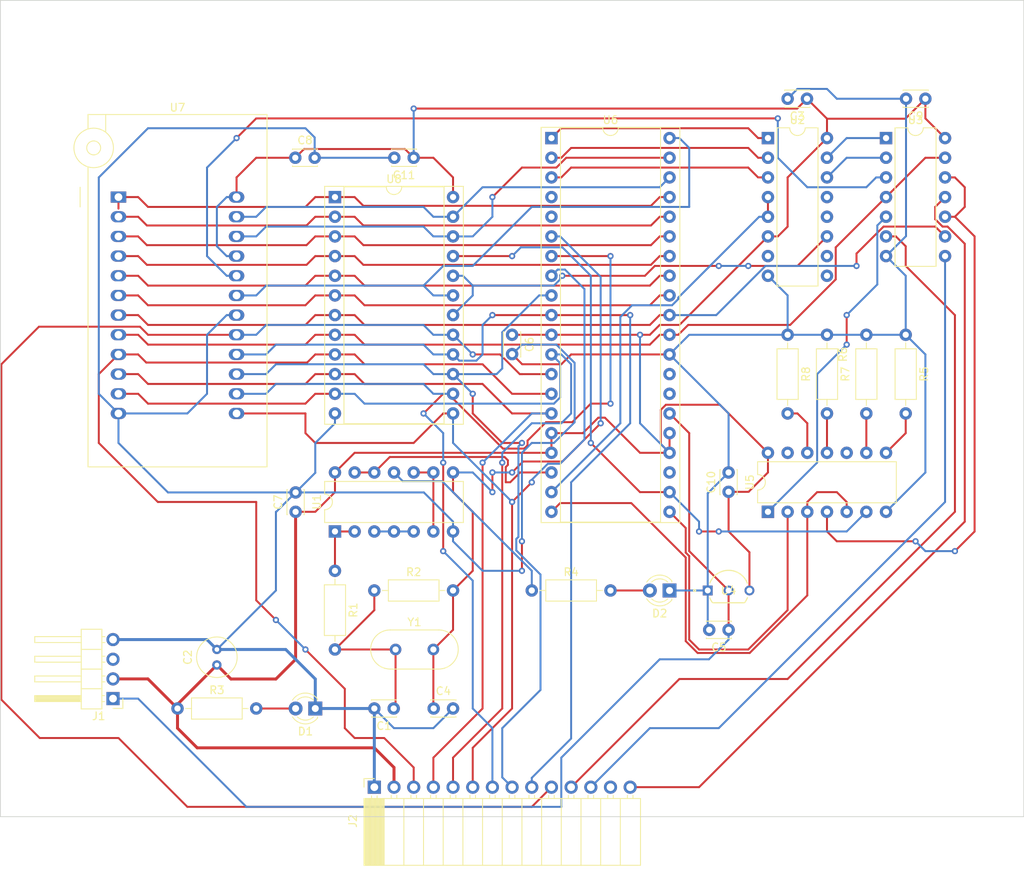
<source format=kicad_pcb>
(kicad_pcb (version 20221018) (generator pcbnew)
  (layers (0 "F.Cu" signal) (31 "B.Cu" signal) (34 "B.Paste" user) (35 "F.Paste" user) (36 "B.SilkS" user "B.Silkscreen") (37 "F.SilkS" user "F.Silkscreen") (38 "B.Mask" user) (39 "F.Mask" user) (44 "Edge.Cuts" user))
  (net 0 "")
  (net 1 "Net-(C1-Pad1)")
  (net 2 "GND")
  (net 3 "+5V")
  (net 4 "CLK")
  (net 5 "RESET")
  (net 6 "Net-(D1-A)")
  (net 7 "Net-(D2-A)")
  (net 9 "D0")
  (net 10 "D1")
  (net 11 "D2")
  (net 12 "D3")
  (net 13 "D4")
  (net 14 "D5")
  (net 15 "D6")
  (net 16 "D7")
  (net 17 "KB_RD")
  (net 18 "DIG_SEL")
  (net 20 "LATCH")
  (net 21 "Net-(R1-Pad1)")
  (net 22 "Net-(R4-Pad1)")
  (net 23 "Net-(U1-Pad3)")
  (net 24 "Net-(U1-Pad10)")
  (net 25 "Net-(U6-~{HALT})")
  (net 26 "A11")
  (net 27 "A12")
  (net 28 "A13")
  (net 29 "MREQ")
  (net 33 "RAM_CS")
  (net 36 "Net-(U2-~{Y1})")
  (net 37 "Net-(U2-~{Y0})")
  (net 38 "ROM_OE")
  (net 39 "A0")
  (net 40 "Net-(U3-Pad5)")
  (net 41 "A1")
  (net 42 "Net-(U3-Pad10)")
  (net 43 "RD")
  (net 44 "IOREQ")
  (net 45 "WR")
  (net 46 "Net-(R5-Pad2)")
  (net 47 "Net-(R6-Pad2)")
  (net 49 "Net-(R7-Pad2)")
  (net 50 "Net-(R8-Pad2)")
  (net 57 "A2")
  (net 58 "A3")
  (net 59 "A4")
  (net 60 "A5")
  (net 61 "A6")
  (net 62 "A7")
  (net 63 "A8")
  (net 64 "A9")
  (net 65 "A10")
  (footprint "Resistor_THT:R_Axial_DIN0207_L6.3mm_D2.5mm_P10.16mm_Horizontal" (layer "F.Cu") (at 86.36 91.44)
    (fp_text reference "R4")
    (fp_text value "1k")
  )
  (footprint "MountingHole:MountingHole_3.2mm_M3" (layer "F.Cu") (at 144.78 115.57)
    (fp_text reference "REF**" hide)
    (fp_text value "MountingHole_3.2mm_M3" hide)
  )
  (footprint "MountingHole:MountingHole_3.2mm_M3" (layer "F.Cu") (at 144.78 20.32)
    (fp_text reference "REF**" hide)
    (fp_text value "MountingHole_3.2mm_M3" hide)
  )
  (footprint "Connector_PinSocket_2.54mm:PinSocket_1x14_P2.54mm_Horizontal" (layer "F.Cu") (at 66.04 116.84 90)
    (fp_text reference "J2")
    (fp_text value "Conn_01x14_Socket")
  )
  (footprint "Package_DIP:DIP-14_W7.62mm" (layer "F.Cu") (at 132.08 33.02)
    (fp_text reference "U3")
    (fp_text value "74LS08")
  )
  (footprint "MountingHole:MountingHole_3.2mm_M3" (layer "F.Cu") (at 22.86 115.57)
    (fp_text reference "REF**" hide)
    (fp_text value "MountingHole_3.2mm_M3" hide)
  )
  (footprint "LED_THT:LED_D3.0mm" (layer "F.Cu") (at 104.14 91.44 180)
    (fp_text reference "D2")
    (fp_text value "LED")
  )
  (footprint "LED_THT:LED_D3.0mm" (layer "F.Cu") (at 58.42 106.68 180)
    (fp_text reference "D1")
    (fp_text value "LED")
  )
  (footprint "Capacitor_THT:C_Disc_D3.0mm_W2.0mm_P2.50mm" (layer "F.Cu") (at 111.76 78.7 90)
    (fp_text reference "C10")
    (fp_text value "0.1uF")
  )
  (footprint "MountingHole:MountingHole_3.2mm_M3" (layer "F.Cu") (at 22.86 20.32)
    (fp_text reference "REF**" hide)
    (fp_text value "MountingHole_3.2mm_M3" hide)
  )
  (footprint "Capacitor_THT:C_Disc_D3.0mm_W2.0mm_P2.50mm" (layer "F.Cu") (at 55.88 81.28 90)
    (fp_text reference "C7")
    (fp_text value "0.1uF")
  )
  (footprint "Resistor_THT:R_Axial_DIN0207_L6.3mm_D2.5mm_P10.16mm_Horizontal" (layer "F.Cu") (at 119.38 58.42 -90)
    (fp_text reference "R8")
    (fp_text value "1k")
  )
  (footprint "Package_DIP:DIP-14_W7.62mm" (layer "F.Cu") (at 116.84 81.28 90)
    (fp_text reference "U5")
    (fp_text value "74HC02")
  )
  (footprint "Package_DIP:DIP-40_W15.24mm_Socket" (layer "F.Cu") (at 88.9 33.02)
    (fp_text reference "U6")
    (fp_text value "Z80CPU")
  )
  (footprint "Capacitor_THT:C_Disc_D3.0mm_W2.0mm_P2.50mm" (layer "F.Cu") (at 111.76 96.52 180)
    (fp_text reference "C5")
    (fp_text value "270pF")
  )
  (footprint "Capacitor_THT:C_Radial_D5.0mm_H5.0mm_P2.00mm" (layer "F.Cu") (at 45.72 101.06 90)
    (fp_text reference "C2")
    (fp_text value "10uF")
  )
  (footprint "Capacitor_THT:C_Disc_D3.0mm_W2.0mm_P2.50mm" (layer "F.Cu") (at 68.54 106.68 180)
    (fp_text reference "C1")
    (fp_text value "27pF")
  )
  (footprint "Package_DIP:DIP-14_W7.62mm" (layer "F.Cu") (at 60.96 83.82 90)
    (fp_text reference "U1")
    (fp_text value "74HC00")
  )
  (footprint "Capacitor_THT:C_Disc_D3.0mm_W2.0mm_P2.50mm" (layer "F.Cu") (at 121.88 27.94 180)
    (fp_text reference "C3")
    (fp_text value "0.1uF")
  )
  (footprint "Resistor_THT:R_Axial_DIN0207_L6.3mm_D2.5mm_P10.16mm_Horizontal" (layer "F.Cu") (at 129.54 58.42 -90)
    (fp_text reference "R6")
    (fp_text value "1k")
  )
  (footprint "Resistor_THT:R_Axial_DIN0207_L6.3mm_D2.5mm_P10.16mm_Horizontal" (layer "F.Cu") (at 124.46 58.42 -90)
    (fp_text reference "R7")
    (fp_text value "1k")
  )
  (footprint "Capacitor_THT:C_Disc_D3.0mm_W2.0mm_P2.50mm" (layer "F.Cu") (at 71.12 35.56 180)
    (fp_text reference "C11")
    (fp_text value "0.1uF")
  )
  (footprint "Connector_PinHeader_2.54mm:PinHeader_1x04_P2.54mm_Horizontal" (layer "F.Cu") (at 32.315 105.4 180)
    (fp_text reference "J1")
    (fp_text value "Conn_01x04_Pin")
  )
  (footprint "Capacitor_THT:C_Disc_D3.0mm_W2.0mm_P2.50mm" (layer "F.Cu") (at 137.16 27.94 180)
    (fp_text reference "C9")
    (fp_text value "0.1uF")
  )
  (footprint "Capacitor_THT:C_Disc_D3.0mm_W2.0mm_P2.50mm" (layer "F.Cu") (at 55.84 35.56)
    (fp_text reference "C8")
    (fp_text value "0.1uF")
  )
  (footprint "Capacitor_THT:C_Disc_D3.0mm_W2.0mm_P2.50mm" (layer "F.Cu") (at 73.7 106.68)
    (fp_text reference "C4")
    (fp_text value "27pF")
  )
  (footprint "Package_DIP:DIP-24_W15.24mm_Socket" (layer "F.Cu") (at 60.96 40.64)
    (fp_text reference "U8")
    (fp_text value "6116")
  )
  (footprint "Resistor_THT:R_Axial_DIN0207_L6.3mm_D2.5mm_P10.16mm_Horizontal" (layer "F.Cu") (at 40.64 106.68)
    (fp_text reference "R3")
    (fp_text value "1k")
  )
  (footprint "footprints:21-0250B_MXM" (layer "F.Cu") (at 109.0676 91.44)
    (fp_text reference "U4")
    (fp_text value "DS1233-05")
  )
  (footprint "Resistor_THT:R_Axial_DIN0207_L6.3mm_D2.5mm_P10.16mm_Horizontal" (layer "F.Cu") (at 60.96 88.9 -90)
    (fp_text reference "R1")
    (fp_text value "1.8k")
  )
  (footprint "Resistor_THT:R_Axial_DIN0207_L6.3mm_D2.5mm_P10.16mm_Horizontal" (layer "F.Cu") (at 66.04 91.44)
    (fp_text reference "R2")
    (fp_text value "47k")
  )
  (footprint "Socket:DIP_Socket-24_W11.9_W12.7_W15.24_W17.78_W18.5_3M_224-1275-00-0602J" (layer "F.Cu") (at 33.02 40.64)
    (fp_text reference "U7")
    (fp_text value "28C16")
  )
  (footprint "Package_DIP:DIP-16_W7.62mm" (layer "F.Cu") (at 116.84 33.02)
    (fp_text reference "U2")
    (fp_text value "74HC138")
  )
  (footprint "Capacitor_THT:C_Disc_D3.0mm_W2.0mm_P2.50mm" (layer "F.Cu") (at 83.82 58.42 -90)
    (fp_text reference "C6")
    (fp_text value "0.1uF")
  )
  (footprint "Crystal:Crystal_HC49-U_Vertical" (layer "F.Cu") (at 68.78 99.06)
    (fp_text reference "Y1")
    (fp_text value "4MHz")
  )
  (footprint "Resistor_THT:R_Axial_DIN0207_L6.3mm_D2.5mm_P10.16mm_Horizontal" (layer "F.Cu") (at 134.62 58.42 -90)
    (fp_text reference "R5")
    (fp_text value "1k")
  )
  (gr_rect (start 17.78 15.24) (end 149.86 120.65) (stroke (width 0.1)) (fill none) (layer "Edge.Cuts"))
  (segment (start 68.78 99.06) (end 68.78 106.44) (width 0.254) (layer "F.Cu") (net 1))
  (segment (start 66.04 91.44) (end 66.04 93.98) (width 0.254) (layer "F.Cu") (net 1))
  (segment (start 60.96 99.06) (end 68.78 99.06) (width 0.254) (layer "F.Cu") (net 1))
  (segment (start 66.04 93.98) (end 60.96 99.06) (width 0.254) (layer "F.Cu") (net 1))
  (segment (start 68.78 106.44) (end 68.54 106.68) (width 0.254) (layer "F.Cu") (net 1))
  (segment (start 90.17 62.23) (end 85.13 62.23) (width 0.254) (layer "F.Cu") (net 2))
  (segment (start 104.14 60.96) (end 91.44 60.96) (width 0.254) (layer "F.Cu") (net 2))
  (segment (start 85.09 85.09) (end 85.09 88.9) (width 0.25) (layer "F.Cu") (net 2))
  (segment (start 85.13 62.23) (end 83.82 60.92) (width 0.254) (layer "F.Cu") (net 2))
  (segment (start 91.44 60.96) (end 90.17 62.23) (width 0.254) (layer "F.Cu") (net 2))
  (via (at 85.09 88.9) (size 0.8) (drill 0.4) (layers "F.Cu" "B.Cu") (net 2))
  (via (at 85.09 85.09) (size 0.8) (drill 0.4) (layers "F.Cu" "B.Cu") (net 2))
  (segment (start 125.73 27.94) (end 124.46 26.67) (width 0.254) (layer "B.Cu") (net 2))
  (segment (start 30.48 38.1) (end 36.83 31.75) (width 0.254) (layer "B.Cu") (net 2))
  (segment (start 119.38 58.42) (end 106.68 58.42) (width 0.254) (layer "B.Cu") (net 2))
  (segment (start 36.83 31.75) (end 57.15 31.75) (width 0.254) (layer "B.Cu") (net 2))
  (segment (start 30.48 66.04) (end 30.48 38.1) (width 0.254) (layer "B.Cu") (net 2))
  (segment (start 58.42 76.24) (end 58.42 72.39) (width 0.254) (layer "B.Cu") (net 2))
  (segment (start 55.88 78.78) (end 58.42 76.24) (width 0.254) (layer "B.Cu") (net 2))
  (segment (start 134.66 45.68) (end 132.08 48.26) (width 0.254) (layer "B.Cu") (net 2))
  (segment (start 91.89 62.043604) (end 91.89 69.720991) (width 0.25) (layer "B.Cu") (net 2))
  (segment (start 129.54 58.42) (end 134.62 58.42) (width 0.254) (layer "B.Cu") (net 2))
  (segment (start 132.08 81.28) (end 137.16 76.2) (width 0.254) (layer "B.Cu") (net 2))
  (segment (start 33.02 72.39) (end 39.41 78.78) (width 0.254) (layer "B.Cu") (net 2))
  (segment (start 106.68 58.42) (end 104.14 60.96) (width 0.254) (layer "B.Cu") (net 2))
  (segment (start 91.89 69.720991) (end 89.220991 72.39) (width 0.25) (layer "B.Cu") (net 2))
  (segment (start 48.26 55.88) (end 46.99 55.88) (width 0.254) (layer "B.Cu") (net 2))
  (segment (start 58.42 106.68) (end 66.04 106.68) (width 0.381) (layer "B.Cu") (net 2))
  (segment (start 68.62 35.56) (end 58.34 35.56) (width 0.254) (layer "B.Cu") (net 2))
  (segment (start 33.02 68.58) (end 30.48 66.04) (width 0.254) (layer "B.Cu") (net 2))
  (segment (start 104.14 91.44) (end 109.0676 91.44) (width 0.254) (layer "B.Cu") (net 2))
  (segment (start 85.09 88.9) (end 80.01 88.9) (width 0.25) (layer "B.Cu") (net 2))
  (segment (start 109.0676 91.44) (end 109.0676 96.3276) (width 0.254) (layer "B.Cu") (net 2))
  (segment (start 120.65 26.67) (end 119.38 27.94) (width 0.254) (layer "B.Cu") (net 2))
  (segment (start 45.72 99.06) (end 54.61 99.06) (width 0.381) (layer "B.Cu") (net 2))
  (segment (start 41.91 68.58) (end 33.02 68.58) (width 0.254) (layer "B.Cu") (net 2))
  (segment (start 137.16 76.2) (end 137.16 60.96) (width 0.254) (layer "B.Cu") (net 2))
  (segment (start 76.2 106.68) (end 73.66 109.22) (width 0.254) (layer "B.Cu") (net 2))
  (segment (start 137.16 60.96) (end 134.62 58.42) (width 0.254) (layer "B.Cu") (net 2))
  (segment (start 45.72 99.06) (end 53.34 91.44) (width 0.254) (layer "B.Cu") (net 2))
  (segment (start 76.2 85.09) (end 76.2 83.82) (width 0.25) (layer "B.Cu") (net 2))
  (segment (start 68.58 109.22) (end 66.04 106.68) (width 0.254) (layer "B.Cu") (net 2))
  (segment (start 89.220991 72.39) (end 86.36 72.39) (width 0.25) (layer "B.Cu") (net 2))
  (segment (start 119.38 58.42) (end 119.38 53.34) (width 0.254) (layer "B.Cu") (net 2))
  (segment (start 89.536396 59.69) (end 91.89 62.043604) (width 0.25) (layer "B.Cu") (net 2))
  (segment (start 66.04 106.68) (end 66.04 116.84) (width 0.381) (layer "B.Cu") (net 2))
  (segment (start 44.45 58.42) (end 44.45 66.04) (width 0.254) (layer "B.Cu") (net 2))
  (segment (start 109.0676 96.3276) (end 109.26 96.52) (width 0.254) (layer "B.Cu") (net 2))
  (segment (start 76.2 82.55) (end 72.43 78.78) (width 0.254) (layer "B.Cu") (net 2))
  (segment (start 33.02 68.58) (end 33.02 72.39) (width 0.254) (layer "B.Cu") (net 2))
  (segment (start 76.2 83.82) (end 76.2 82.55) (width 0.254) (layer "B.Cu") (net 2))
  (segment (start 83.82 60.96) (end 85.09 59.69) (width 0.25) (layer "B.Cu") (net 2))
  (segment (start 54.61 99.06) (end 58.42 102.87) (width 0.381) (layer "B.Cu") (net 2))
  (segment (start 111.76 68.58) (end 104.14 60.96) (width 0.254) (layer "B.Cu") (net 2))
  (segment (start 53.34 91.44) (end 53.34 81.28) (width 0.254) (layer "B.Cu") (net 2))
  (segment (start 57.15 31.75) (end 58.34 32.94) (width 0.254) (layer "B.Cu") (net 2))
  (segment (start 44.45 66.04) (end 41.91 68.58) (width 0.254) (layer "B.Cu") (net 2))
  (segment (start 60.96 69.85) (end 60.96 68.58) (width 0.254) (layer "B.Cu") (net 2))
  (segment (start 134.66 27.94) (end 125.73 27.94) (width 0.254) (layer "B.Cu") (net 2))
  (segment (start 32.315 97.78) (end 44.44 97.78) (width 0.381) (layer "B.Cu") (net 2))
  (segment (start 124.46 26.67) (end 120.65 26.67) (width 0.254) (layer "B.Cu") (net 2))
  (segment (start 134.66 27.94) (end 134.66 45.68) (width 0.254) (layer "B.Cu") (net 2))
  (segment (start 44.44 97.78) (end 45.72 99.06) (width 0.381) (layer "B.Cu") (net 2))
  (segment (start 83.82 60.92) (end 83.82 60.96) (width 0.25) (layer "B.Cu") (net 2))
  (segment (start 73.66 109.22) (end 68.58 109.22) (width 0.254) (layer "B.Cu") (net 2))
  (segment (start 58.42 72.39) (end 60.96 69.85) (width 0.254) (layer "B.Cu") (net 2))
  (segment (start 53.38 81.28) (end 55.88 78.78) (width 0.254) (layer "B.Cu") (net 2))
  (segment (start 119.38 58.42) (end 124.46 58.42) (width 0.254) (layer "B.Cu") (net 2))
  (segment (start 86.36 72.39) (end 85.09 73.66) (width 0.25) (layer "B.Cu") (net 2))
  (segment (start 109.0676 78.8924) (end 111.76 76.2) (width 0.254) (layer "B.Cu") (net 2))
  (segment (start 46.99 55.88) (end 44.45 58.42) (width 0.254) (layer "B.Cu") (net 2))
  (segment (start 109.0676 91.44) (end 109.0676 78.8924) (width 0.254) (layer "B.Cu") (net 2))
  (segment (start 134.62 58.42) (end 134.62 50.8) (width 0.254) (layer "B.Cu") (net 2))
  (segment (start 119.38 53.34) (end 116.84 50.8) (width 0.254) (layer "B.Cu") (net 2))
  (segment (start 72.43 78.78) (end 55.88 78.78) (width 0.254) (layer "B.Cu") (net 2))
  (segment (start 58.34 32.94) (end 58.34 35.56) (width 0.254) (layer "B.Cu") (net 2))
  (segment (start 58.42 102.87) (end 58.42 106.68) (width 0.381) (layer "B.Cu") (net 2))
  (segment (start 111.76 76.2) (end 111.76 68.58) (width 0.254) (layer "B.Cu") (net 2))
  (segment (start 124.46 58.42) (end 129.54 58.42) (width 0.254) (layer "B.Cu") (net 2))
  (segment (start 85.09 73.66) (end 85.09 85.09) (width 0.25) (layer "B.Cu") (net 2))
  (segment (start 39.41 78.78) (end 55.88 78.78) (width 0.254) (layer "B.Cu") (net 2))
  (segment (start 80.01 88.9) (end 76.2 85.09) (width 0.25) (layer "B.Cu") (net 2))
  (segment (start 53.34 81.28) (end 53.38 81.28) (width 0.254) (layer "B.Cu") (net 2))
  (segment (start 134.62 50.8) (end 132.08 48.26) (width 0.254) (layer "B.Cu") (net 2))
  (segment (start 85.09 59.69) (end 89.536396 59.69) (width 0.25) (layer "B.Cu") (net 2))
  (segment (start 40.64 106.14) (end 40.64 106.68) (width 0.381) (layer "F.Cu") (net 3))
  (segment (start 104.14 73.66) (end 104.14 71.12) (width 0.254) (layer "F.Cu") (net 3))
  (segment (start 69.993 34.433) (end 71.12 35.56) (width 0.254) (layer "F.Cu") (net 3))
  (segment (start 55.84 35.56) (end 56.967 34.433) (width 0.254) (layer "F.Cu") (net 3))
  (segment (start 58.42 81.28) (end 55.88 81.28) (width 0.254) (layer "F.Cu") (net 3))
  (segment (start 76.2 40.64) (end 76.2 38.1) (width 0.254) (layer "F.Cu") (net 3))
  (segment (start 56.967 34.433) (end 69.993 34.433) (width 0.254) (layer "F.Cu") (net 3))
  (segment (start 88.9 71.12) (end 92.951866 71.12) (width 0.254) (layer "F.Cu") (net 3))
  (segment (start 55.88 81.28) (end 55.88 100.33) (width 0.381) (layer "F.Cu") (net 3))
  (segment (start 53.34 102.87) (end 47.53 102.87) (width 0.381) (layer "F.Cu") (net 3))
  (segment (start 73.66 35.56) (end 71.12 35.56) (width 0.254) (layer "F.Cu") (net 3))
  (segment (start 48.26 40.64) (end 48.26 38.1) (width 0.254) (layer "F.Cu") (net 3))
  (segment (start 105.41 57.15) (end 102.87 57.15) (width 0.254) (layer "F.Cu") (net 3))
  (segment (start 68.58 114.3) (end 68.58 116.84) (width 0.381) (layer "F.Cu") (net 3))
  (segment (start 76.2 38.1) (end 73.66 35.56) (width 0.254) (layer "F.Cu") (net 3))
  (segment (start 48.26 38.1) (end 50.8 35.56) (width 0.254) (layer "F.Cu") (net 3))
  (segment (start 137.16 30.48) (end 139.7 33.02) (width 0.254) (layer "F.Cu") (net 3))
  (segment (start 94.948866 69.123) (end 95.793 69.123) (width 0.254) (layer "F.Cu") (net 3))
  (segment (start 47.53 102.87) (end 45.72 101.06) (width 0.381) (layer "F.Cu") (net 3))
  (segment (start 116.84 76.2) (end 116.84 73.66) (width 0.254) (layer "F.Cu") (net 3))
  (segment (start 95.793 69.123) (end 100.33 73.66) (width 0.254) (layer "F.Cu") (net 3))
  (segment (start 32.315 102.86) (end 36.82 102.86) (width 0.381) (layer "F.Cu") (net 3))
  (segment (start 119.38 44.45) (end 118.11 45.72) (width 0.254) (layer "F.Cu") (net 3))
  (segment (start 40.64 106.68) (end 40.64 109.22) (width 0.381) (layer "F.Cu") (net 3))
  (segment (start 137.16 27.94) (end 134.58 30.52) (width 0.254) (layer "F.Cu") (net 3))
  (segment (start 88.9 73.66) (end 63.5 73.66) (width 0.254) (layer "F.Cu") (net 3))
  (segment (start 116.84 45.72) (end 105.41 57.15) (width 0.254) (layer "F.Cu") (net 3))
  (segment (start 83.82 58.42) (end 88.9 58.42) (width 0.254) (layer "F.Cu") (net 3))
  (segment (start 55.88 100.33) (end 53.34 102.87) (width 0.381) (layer "F.Cu") (net 3))
  (segment (start 137.16 27.94) (end 137.16 30.48) (width 0.254) (layer "F.Cu") (net 3))
  (segment (start 124.46 33.02) (end 119.38 38.1) (width 0.254) (layer "F.Cu") (net 3))
  (segment (start 124.46 30.52) (end 121.88 27.94) (width 0.254) (layer "F.Cu") (net 3))
  (segment (start 60.96 78.74) (end 58.42 81.28) (width 0.254) (layer "F.Cu") (net 3))
  (segment (start 60.96 76.2) (end 60.96 78.74) (width 0.254) (layer "F.Cu") (net 3))
  (segment (start 66.04 111.76) (end 68.58 114.3) (width 0.381) (layer "F.Cu") (net 3))
  (segment (start 124.46 33.02) (end 124.46 30.52) (width 0.254) (layer "F.Cu") (net 3))
  (segment (start 114.4524 91.44) (end 114.4524 86.5124) (width 0.254) (layer "F.Cu") (net 3))
  (segment (start 88.9 71.12) (end 88.9 73.66) (width 0.254) (layer "F.Cu") (net 3))
  (segment (start 103.013 72.533) (end 103.013 68.113181) (width 0.254) (layer "F.Cu") (net 3))
  (segment (start 110.633 67.453) (end 116.84 73.66) (width 0.254) (layer "F.Cu") (net 3))
  (segment (start 45.72 101.06) (end 40.64 106.14) (width 0.381) (layer "F.Cu") (net 3))
  (segment (start 103.673181 67.453) (end 110.633 67.453) (width 0.254) (layer "F.Cu") (net 3))
  (segment (start 71.12 29.21) (end 120.61 29.21) (width 0.254) (layer "F.Cu") (net 3))
  (segment (start 43.18 111.76) (end 66.04 111.76) (width 0.381) (layer "F.Cu") (net 3))
  (segment (start 134.58 30.52) (end 124.46 30.52) (width 0.254) (layer "F.Cu") (net 3))
  (segment (start 36.82 102.86) (end 40.64 106.68) (width 0.381) (layer "F.Cu") (net 3))
  (segment (start 104.14 73.66) (end 103.013 72.533) (width 0.254) (layer "F.Cu") (net 3))
  (segment (start 101.6 58.42) (end 100.33 58.42) (width 0.254) (layer "F.Cu") (net 3))
  (segment (start 111.76 78.7) (end 114.34 78.7) (width 0.254) (layer "F.Cu") (net 3))
  (segment (start 102.87 57.15) (end 101.6 58.42) (width 0.254) (layer "F.Cu") (net 3))
  (segment (start 100.33 73.66) (end 104.14 73.66) (width 0.254) (layer "F.Cu") (net 3))
  (segment (start 40.64 109.22) (end 43.18 111.76) (width 0.381) (layer "F.Cu") (net 3))
  (segment (start 118.11 45.72) (end 116.84 45.72) (width 0.254) (layer "F.Cu") (net 3))
  (segment (start 120.61 29.21) (end 121.88 27.94) (width 0.254) (layer "F.Cu") (net 3))
  (segment (start 92.951866 71.12) (end 94.948866 69.123) (width 0.254) (layer "F.Cu") (net 3))
  (segment (start 114.34 78.7) (end 116.84 76.2) (width 0.254) (layer "F.Cu") (net 3))
  (segment (start 111.76 83.82) (end 111.76 78.7) (width 0.254) (layer "F.Cu") (net 3))
  (segment (start 63.5 73.66) (end 60.96 76.2) (width 0.254) (layer "F.Cu") (net 3))
  (segment (start 50.8 35.56) (end 55.84 35.56) (width 0.254) (layer "F.Cu") (net 3))
  (segment (start 103.013 68.113181) (end 103.673181 67.453) (width 0.254) (layer "F.Cu") (net 3))
  (segment (start 114.4524 86.5124) (end 111.76 83.82) (width 0.254) (layer "F.Cu") (net 3))
  (segment (start 100.33 58.42) (end 88.9 58.42) (width 0.254) (layer "F.Cu") (net 3))
  (segment (start 119.38 38.1) (end 119.38 44.45) (width 0.254) (layer "F.Cu") (net 3))
  (via (at 71.12 29.21) (size 0.8) (drill 0.4) (layers "F.Cu" "B.Cu") (net 3))
  (via (at 100.33 58.42) (size 0.8) (drill 0.4) (layers "F.Cu" "B.Cu") (net 3))
  (segment (start 104.14 73.66) (end 100.33 69.85) (width 0.254) (layer "B.Cu") (net 3))
  (segment (start 46.99 48.26) (end 45.72 46.99) (width 0.254) (layer "B.Cu") (net 3))
  (segment (start 45.72 41.91) (end 46.99 40.64) (width 0.254) (layer "B.Cu") (net 3))
  (segment (start 46.99 40.64) (end 48.26 40.64) (width 0.254) (layer "B.Cu") (net 3))
  (segment (start 100.33 69.85) (end 100.33 58.42) (width 0.254) (layer "B.Cu") (net 3))
  (segment (start 48.26 48.26) (end 46.99 48.26) (width 0.254) (layer "B.Cu") (net 3))
  (segment (start 45.72 46.99) (end 45.72 41.91) (width 0.254) (layer "B.Cu") (net 3))
  (segment (start 71.12 35.56) (end 71.12 29.21) (width 0.254) (layer "B.Cu") (net 3))
  (segment (start 73.66 106.64) (end 73.7 106.68) (width 0.254) (layer "F.Cu") (net 4))
  (segment (start 95.25 69.85) (end 90.315 74.785) (width 0.25) (layer "F.Cu") (net 4))
  (segment (start 90.315 74.785) (end 85.235 74.785) (width 0.25) (layer "F.Cu") (net 4))
  (segment (start 76.2 91.44) (end 78.74 88.9) (width 0.254) (layer "F.Cu") (net 4))
  (segment (start 85.235 74.785) (end 83.82 76.2) (width 0.25) (layer "F.Cu") (net 4))
  (segment (start 76.2 96.52) (end 76.2 91.44) (width 0.254) (layer "F.Cu") (net 4))
  (segment (start 81.28 76.2) (end 81.28 78.74) (width 0.25) (layer "F.Cu") (net 4))
  (segment (start 76.2 78.74) (end 76.2 76.2) (width 0.254) (layer "F.Cu") (net 4))
  (segment (start 78.74 88.9) (end 78.74 81.28) (width 0.254) (layer "F.Cu") (net 4))
  (segment (start 78.74 81.28) (end 76.2 78.74) (width 0.254) (layer "F.Cu") (net 4))
  (segment (start 73.66 99.06) (end 76.2 96.52) (width 0.254) (layer "F.Cu") (net 4))
  (segment (start 73.66 99.06) (end 73.66 106.64) (width 0.254) (layer "F.Cu") (net 4))
  (via (at 81.28 76.2) (size 0.8) (drill 0.4) (layers "F.Cu" "B.Cu") (net 4))
  (via (at 81.28 78.74) (size 0.8) (drill 0.4) (layers "F.Cu" "B.Cu") (net 4))
  (via (at 95.25 69.85) (size 0.8) (drill 0.4) (layers "F.Cu" "B.Cu") (net 4))
  (via (at 83.82 76.2) (size 0.8) (drill 0.4) (layers "F.Cu" "B.Cu") (net 4))
  (segment (start 90.03137 45.72) (end 95.25 50.93863) (width 0.25) (layer "B.Cu") (net 4))
  (segment (start 83.82 76.2) (end 81.28 76.2) (width 0.25) (layer "B.Cu") (net 4))
  (segment (start 81.28 78.74) (end 78.74 76.2) (width 0.25) (layer "B.Cu") (net 4))
  (segment (start 78.74 76.2) (end 76.2 76.2) (width 0.25) (layer "B.Cu") (net 4))
  (segment (start 88.9 45.72) (end 90.03137 45.72) (width 0.25) (layer "B.Cu") (net 4))
  (segment (start 95.25 50.93863) (end 95.25 69.85) (width 0.25) (layer "B.Cu") (net 4))
  (segment (start 111.76 91.44) (end 106.68 86.36) (width 0.254) (layer "F.Cu") (net 5))
  (segment (start 106.68 86.36) (end 106.68 71.12) (width 0.254) (layer "F.Cu") (net 5))
  (segment (start 111.76 91.44) (end 111.76 96.52) (width 0.254) (layer "F.Cu") (net 5))
  (segment (start 106.68 71.12) (end 104.14 68.58) (width 0.254) (layer "F.Cu") (net 5))
  (segment (start 35.55 105.4) (end 49.53 119.38) (width 0.25) (layer "B.Cu") (net 5))
  (segment (start 111.76 97.79) (end 109.22 100.33) (width 0.254) (layer "B.Cu") (net 5))
  (segment (start 102.87 100.33) (end 109.22 100.33) (width 0.25) (layer "B.Cu") (net 5))
  (segment (start 90.17 113.03) (end 102.87 100.33) (width 0.25) (layer "B.Cu") (net 5))
  (segment (start 90.17 119.38) (end 90.17 113.03) (width 0.25) (layer "B.Cu") (net 5))
  (segment (start 49.53 119.38) (end 90.17 119.38) (width 0.25) (layer "B.Cu") (net 5))
  (segment (start 111.76 96.52) (end 111.76 97.79) (width 0.254) (layer "B.Cu") (net 5))
  (segment (start 32.315 105.4) (end 35.55 105.4) (width 0.25) (layer "B.Cu") (net 5))
  (segment (start 50.8 106.68) (end 55.88 106.68) (width 0.254) (layer "F.Cu") (net 6))
  (segment (start 96.52 91.44) (end 101.6 91.44) (width 0.254) (layer "F.Cu") (net 7))
  (segment (start 50.8 80.01) (end 38.1 80.01) (width 0.25) (layer "F.Cu") (net 9))
  (segment (start 63.5 60.96) (end 64.77 62.23) (width 0.254) (layer "F.Cu") (net 9))
  (segment (start 38.1 80.01) (end 30.48 72.39) (width 0.25) (layer "F.Cu") (net 9))
  (segment (start 30.48 72.39) (end 30.48 63.5) (width 0.25) (layer "F.Cu") (net 9))
  (segment (start 30.48 63.5) (end 33.02 60.96) (width 0.25) (layer "F.Cu") (net 9))
  (segment (start 53.34 95.25) (end 50.8 92.71) (width 0.25) (layer "F.Cu") (net 9))
  (segment (start 60.96 60.96) (end 63.5 60.96) (width 0.254) (layer "F.Cu") (net 9))
  (segment (start 62.23 109.22) (end 62.23 104.14) (width 0.25) (layer "F.Cu") (net 9))
  (segment (start 36.607 62.007) (end 57.373 62.007) (width 0.254) (layer "F.Cu") (net 9))
  (segment (start 58.42 60.96) (end 60.96 60.96) (width 0.254) (layer "F.Cu") (net 9))
  (segment (start 80.01 62.23) (end 83.82 66.04) (width 0.254) (layer "F.Cu") (net 9))
  (segment (start 67.31 110.49) (end 63.5 110.49) (width 0.25) (layer "F.Cu") (net 9))
  (segment (start 83.82 66.04) (end 88.9 66.04) (width 0.254) (layer "F.Cu") (net 9))
  (segment (start 62.23 104.14) (end 57.15 99.06) (width 0.25) (layer "F.Cu") (net 9))
  (segment (start 71.12 116.84) (end 71.12 114.3) (width 0.25) (layer "F.Cu") (net 9))
  (segment (start 35.56 60.96) (end 36.607 62.007) (width 0.254) (layer "F.Cu") (net 9))
  (segment (start 71.12 114.3) (end 67.31 110.49) (width 0.25) (layer "F.Cu") (net 9))
  (segment (start 33.02 60.96) (end 35.56 60.96) (width 0.254) (layer "F.Cu") (net 9))
  (segment (start 64.77 62.23) (end 80.01 62.23) (width 0.254) (layer "F.Cu") (net 9))
  (segment (start 57.373 62.007) (end 58.42 60.96) (width 0.254) (layer "F.Cu") (net 9))
  (segment (start 63.5 110.49) (end 62.23 109.22) (width 0.25) (layer "F.Cu") (net 9))
  (segment (start 50.8 92.71) (end 50.8 80.01) (width 0.25) (layer "F.Cu") (net 9))
  (via (at 53.34 95.25) (size 0.8) (drill 0.4) (layers "F.Cu" "B.Cu") (net 9))
  (via (at 57.15 99.06) (size 0.8) (drill 0.4) (layers "F.Cu" "B.Cu") (net 9))
  (segment (start 57.15 99.06) (end 53.34 95.25) (width 0.25) (layer "B.Cu") (net 9))
  (segment (start 64.77 64.77) (end 80.01 64.77) (width 0.254) (layer "F.Cu") (net 10))
  (segment (start 35.56 63.5) (end 36.83 64.77) (width 0.254) (layer "F.Cu") (net 10))
  (segment (start 80.01 64.77) (end 83.82 68.58) (width 0.254) (layer "F.Cu") (net 10))
  (segment (start 36.83 64.77) (end 57.15 64.77) (width 0.254) (layer "F.Cu") (net 10))
  (segment (start 73.66 113.03) (end 78.74 107.95) (width 0.25) (layer "F.Cu") (net 10))
  (segment (start 33.02 63.5) (end 35.56 63.5) (width 0.254) (layer "F.Cu") (net 10))
  (segment (start 57.15 64.77) (end 58.42 63.5) (width 0.254) (layer "F.Cu") (net 10))
  (segment (start 73.66 116.84) (end 73.66 113.03) (width 0.25) (layer "F.Cu") (net 10))
  (segment (start 60.96 63.5) (end 63.5 63.5) (width 0.254) (layer "F.Cu") (net 10))
  (segment (start 78.74 107.95) (end 80.01 106.68) (width 0.25) (layer "F.Cu") (net 10))
  (segment (start 58.42 63.5) (end 60.96 63.5) (width 0.254) (layer "F.Cu") (net 10))
  (segment (start 83.82 68.58) (end 88.9 68.58) (width 0.254) (layer "F.Cu") (net 10))
  (segment (start 80.01 106.68) (end 80.01 74.93) (width 0.25) (layer "F.Cu") (net 10))
  (segment (start 63.5 63.5) (end 64.77 64.77) (width 0.254) (layer "F.Cu") (net 10))
  (via (at 80.01 74.93) (size 0.8) (drill 0.4) (layers "F.Cu" "B.Cu") (net 10))
  (segment (start 86.36 68.58) (end 88.9 68.58) (width 0.25) (layer "B.Cu") (net 10))
  (segment (start 80.01 74.93) (end 86.36 68.58) (width 0.25) (layer "B.Cu") (net 10))
  (segment (start 76.2 113.03) (end 82.55 106.68) (width 0.25) (layer "F.Cu") (net 11))
  (segment (start 58.42 66.04) (end 60.96 66.04) (width 0.254) (layer "F.Cu") (net 11))
  (segment (start 82.55 106.68) (end 82.55 74.93) (width 0.25) (layer "F.Cu") (net 11))
  (segment (start 76.2 116.84) (end 76.2 113.03) (width 0.25) (layer "F.Cu") (net 11))
  (segment (start 36.83 67.31) (end 57.15 67.31) (width 0.254) (layer "F.Cu") (net 11))
  (segment (start 33.02 66.04) (end 35.56 66.04) (width 0.254) (layer "F.Cu") (net 11))
  (segment (start 57.15 67.31) (end 58.42 66.04) (width 0.254) (layer "F.Cu") (net 11))
  (segment (start 35.56 66.04) (end 36.83 67.31) (width 0.254) (layer "F.Cu") (net 11))
  (via (at 82.55 74.93) (size 0.8) (drill 0.4) (layers "F.Cu" "B.Cu") (net 11))
  (segment (start 91.44 62.23) (end 90.17 60.96) (width 0.25) (layer "B.Cu") (net 11))
  (segment (start 90.027 62.087) (end 90.027 66.506819) (width 0.254) (layer "B.Cu") (net 11))
  (segment (start 64.77 67.31) (end 63.5 66.04) (width 0.254) (layer "B.Cu") (net 11))
  (segment (start 82.55 74.93) (end 82.55 73.66) (width 0.25) (layer "B.Cu") (net 11))
  (segment (start 91.44 68.58) (end 91.44 62.23) (width 0.25) (layer "B.Cu") (net 11))
  (segment (start 90.027 66.506819) (end 89.223819 67.31) (width 0.254) (layer "B.Cu") (net 11))
  (segment (start 90.17 69.85) (end 91.44 68.58) (width 0.25) (layer "B.Cu") (net 11))
  (segment (start 63.5 66.04) (end 60.96 66.04) (width 0.254) (layer "B.Cu") (net 11))
  (segment (start 89.223819 67.31) (end 64.77 67.31) (width 0.254) (layer "B.Cu") (net 11))
  (segment (start 86.36 69.85) (end 90.17 69.85) (width 0.25) (layer "B.Cu") (net 11))
  (segment (start 82.55 73.66) (end 86.36 69.85) (width 0.25) (layer "B.Cu") (net 11))
  (segment (start 90.17 60.96) (end 88.9 60.96) (width 0.25) (layer "B.Cu") (net 11))
  (segment (start 88.9 60.96) (end 90.027 62.087) (width 0.254) (layer "B.Cu") (net 11))
  (segment (start 74.93 68.58) (end 76.2 68.58) (width 0.254) (layer "F.Cu") (net 12))
  (segment (start 78.74 111.76) (end 83.82 106.68) (width 0.25) (layer "F.Cu") (net 12))
  (segment (start 57.15 68.58) (end 57.15 71.12) (width 0.254) (layer "F.Cu") (net 12))
  (segment (start 78.74 116.84) (end 78.74 111.76) (width 0.25) (layer "F.Cu") (net 12))
  (segment (start 48.26 68.58) (end 57.15 68.58) (width 0.254) (layer "F.Cu") (net 12))
  (segment (start 57.15 71.12) (end 58.42 72.39) (width 0.254) (layer "F.Cu") (net 12))
  (segment (start 86.36 77.47) (end 83.82 80.01) (width 0.25) (layer "F.Cu") (net 12))
  (segment (start 71.12 72.39) (end 74.93 68.58) (width 0.254) (layer "F.Cu") (net 12))
  (segment (start 83.82 106.68) (end 83.82 80.01) (width 0.25) (layer "F.Cu") (net 12))
  (segment (start 58.42 72.39) (end 71.12 72.39) (width 0.254) (layer "F.Cu") (net 12))
  (via (at 86.36 77.47) (size 0.8) (drill 0.4) (layers "F.Cu" "B.Cu") (net 12))
  (via (at 83.82 80.01) (size 0.8) (drill 0.4) (layers "F.Cu" "B.Cu") (net 12))
  (segment (start 90.025 75.075) (end 88.434009 75.075) (width 0.25) (layer "B.Cu") (net 12))
  (segment (start 88.434009 75.075) (end 86.36 77.149009) (width 0.25) (layer "B.Cu") (net 12))
  (segment (start 88.9 50.8) (end 89.699999 50.000001) (width 0.25) (layer "B.Cu") (net 12))
  (segment (start 90.640001 50.000001) (end 93.16 52.52) (width 0.25) (layer "B.Cu") (net 12))
  (segment (start 93.16 52.52) (end 93.16 71.94) (width 0.25) (layer "B.Cu") (net 12))
  (segment (start 93.16 71.94) (end 90.025 75.075) (width 0.25) (layer "B.Cu") (net 12))
  (segment (start 86.36 77.149009) (end 86.36 77.47) (width 0.25) (layer "B.Cu") (net 12))
  (segment (start 83.82 80.01) (end 76.2 72.39) (width 0.25) (layer "B.Cu") (net 12))
  (segment (start 76.2 72.39) (end 76.2 68.58) (width 0.25) (layer "B.Cu") (net 12))
  (segment (start 89.699999 50.000001) (end 90.640001 50.000001) (width 0.25) (layer "B.Cu") (net 12))
  (segment (start 76.2 66.679224) (end 76.2 66.04) (width 0.25) (layer "F.Cu") (net 13))
  (segment (start 88.199695 69.705) (end 85.815 72.089695) (width 0.25) (layer "F.Cu") (net 13))
  (segment (start 85.390305 73.115) (end 82.635776 73.115) (width 0.25) (layer "F.Cu") (net 13))
  (segment (start 91.585 69.705) (end 88.199695 69.705) (width 0.25) (layer "F.Cu") (net 13))
  (segment (start 85.815 72.690305) (end 85.390305 73.115) (width 0.25) (layer "F.Cu") (net 13))
  (segment (start 74.93 66.04) (end 76.2 66.04) (width 0.25) (layer "F.Cu") (net 13))
  (segment (start 88.9 48.26) (end 96.52 48.26) (width 0.25) (layer "F.Cu") (net 13))
  (segment (start 72.39 68.58) (end 74.93 66.04) (width 0.25) (layer "F.Cu") (net 13))
  (segment (start 85.815 72.089695) (end 85.815 72.690305) (width 0.25) (layer "F.Cu") (net 13))
  (segment (start 74.93 86.36) (end 74.93 74.93) (width 0.25) (layer "F.Cu") (net 13))
  (segment (start 96.52 67.31) (end 93.98 67.31) (width 0.25) (layer "F.Cu") (net 13))
  (segment (start 93.98 67.31) (end 91.585 69.705) (width 0.25) (layer "F.Cu") (net 13))
  (segment (start 82.635776 73.115) (end 76.2 66.679224) (width 0.25) (layer "F.Cu") (net 13))
  (via (at 72.39 68.58) (size 0.8) (drill 0.4) (layers "F.Cu" "B.Cu") (net 13))
  (via (at 74.93 86.36) (size 0.8) (drill 0.4) (layers "F.Cu" "B.Cu") (net 13))
  (via (at 96.52 67.31) (size 0.8) (drill 0.4) (layers "F.Cu" "B.Cu") (net 13))
  (via (at 96.52 48.26) (size 0.8) (drill 0.4) (layers "F.Cu" "B.Cu") (net 13))
  (via (at 74.93 74.93) (size 0.8) (drill 0.4) (layers "F.Cu" "B.Cu") (net 13))
  (segment (start 72.39 64.77) (end 73.66 66.04) (width 0.254) (layer "B.Cu") (net 13))
  (segment (start 81.28 116.84) (end 81.28 109.22) (width 0.25) (layer "B.Cu") (net 13))
  (segment (start 73.66 66.04) (end 76.2 66.04) (width 0.254) (layer "B.Cu") (net 13))
  (segment (start 53.34 64.77) (end 72.39 64.77) (width 0.254) (layer "B.Cu") (net 13))
  (segment (start 48.26 66.04) (end 52.07 66.04) (width 0.254) (layer "B.Cu") (net 13))
  (segment (start 74.93 74.93) (end 74.93 71.12) (width 0.25) (layer "B.Cu") (net 13))
  (segment (start 78.74 106.68) (end 78.74 90.17) (width 0.25) (layer "B.Cu") (net 13))
  (segment (start 96.52 48.26) (end 96.52 67.31) (width 0.25) (layer "B.Cu") (net 13))
  (segment (start 78.74 90.17) (end 74.93 86.36) (width 0.25) (layer "B.Cu") (net 13))
  (segment (start 74.93 71.12) (end 72.39 68.58) (width 0.25) (layer "B.Cu") (net 13))
  (segment (start 81.28 109.22) (end 78.74 106.68) (width 0.25) (layer "B.Cu") (net 13))
  (segment (start 52.07 66.04) (end 53.34 64.77) (width 0.254) (layer "B.Cu") (net 13))
  (segment (start 78.74 66.04) (end 78.74 68.58) (width 0.254) (layer "F.Cu") (net 14))
  (segment (start 82.55 72.39) (end 85.09 72.39) (width 0.254) (layer "F.Cu") (net 14))
  (segment (start 78.74 68.58) (end 82.55 72.39) (width 0.254) (layer "F.Cu") (net 14))
  (via (at 78.74 66.04) (size 0.8) (drill 0.4) (layers "F.Cu" "B.Cu") (net 14))
  (via (at 85.09 72.39) (size 0.8) (drill 0.4) (layers "F.Cu" "B.Cu") (net 14))
  (segment (start 84.363 86.263776) (end 87.487 89.387776) (width 0.254) (layer "B.Cu") (net 14))
  (segment (start 82.55 62.775) (end 81.825 63.5) (width 0.25) (layer "B.Cu") (net 14))
  (segment (start 87.487 89.387776) (end 87.487 104.283) (width 0.254) (layer "B.Cu") (net 14))
  (segment (start 84.638 84.513866) (end 84.363 84.788866) (width 0.254) (layer "B.Cu") (net 14))
  (segment (start 84.638 72.842) (end 84.638 84.513866) (width 0.254) (layer "B.Cu") (net 14))
  (segment (start 76.2 63.5) (end 78.74 66.04) (width 0.254) (layer "B.Cu") (net 14))
  (segment (start 72.39 62.23) (end 73.66 63.5) (width 0.254) (layer "B.Cu") (net 14))
  (segment (start 82.55 58.099009) (end 82.55 62.775) (width 0.25) (layer "B.Cu") (net 14))
  (segment (start 87.309009 53.34) (end 82.55 58.099009) (width 0.25) (layer "B.Cu") (net 14))
  (segment (start 82.55 109.22) (end 82.55 115.57) (width 0.254) (layer "B.Cu") (net 14))
  (segment (start 53.34 62.23) (end 72.39 62.23) (width 0.254) (layer "B.Cu") (net 14))
  (segment (start 52.07 63.5) (end 53.34 62.23) (width 0.254) (layer "B.Cu") (net 14))
  (segment (start 87.487 104.283) (end 82.55 109.22) (width 0.254) (layer "B.Cu") (net 14))
  (segment (start 48.26 63.5) (end 52.07 63.5) (width 0.254) (layer "B.Cu") (net 14))
  (segment (start 88.9 53.34) (end 87.309009 53.34) (width 0.25) (layer "B.Cu") (net 14))
  (segment (start 73.66 63.5) (end 76.2 63.5) (width 0.254) (layer "B.Cu") (net 14))
  (segment (start 85.09 72.39) (end 84.638 72.842) (width 0.254) (layer "B.Cu") (net 14))
  (segment (start 84.363 84.788866) (end 84.363 86.263776) (width 0.254) (layer "B.Cu") (net 14))
  (segment (start 81.825 63.5) (end 76.2 63.5) (width 0.25) (layer "B.Cu") (net 14))
  (segment (start 82.55 115.57) (end 83.82 116.84) (width 0.254) (layer "B.Cu") (net 14))
  (segment (start 88.9 55.88) (end 81.28 55.88) (width 0.25) (layer "F.Cu") (net 15))
  (segment (start 88.9 55.88) (end 99.06 55.88) (width 0.25) (layer "F.Cu") (net 15))
  (via (at 81.28 55.88) (size 0.8) (drill 0.4) (layers "F.Cu" "B.Cu") (net 15))
  (via (at 99.06 55.88) (size 0.8) (drill 0.4) (layers "F.Cu" "B.Cu") (net 15))
  (segment (start 53.34 59.69) (end 72.39 59.69) (width 0.254) (layer "B.Cu") (net 15))
  (segment (start 80.01 57.15) (end 81.28 55.88) (width 0.254) (layer "B.Cu") (net 15))
  (segment (start 91.44 110.557919) (end 86.36 115.637919) (width 0.25) (layer "B.Cu") (net 15))
  (segment (start 80.01 60.96) (end 80.01 57.15) (width 0.254) (layer "B.Cu") (net 15))
  (segment (start 76.999999 61.759999) (end 79.210001 61.759999) (width 0.254) (layer "B.Cu") (net 15))
  (segment (start 76.2 60.96) (end 76.999999 61.759999) (width 0.254) (layer "B.Cu") (net 15))
  (segment (start 91.44 77.47) (end 91.44 110.557919) (width 0.25) (layer "B.Cu") (net 15))
  (segment (start 86.36 115.637919) (end 86.36 116.84) (width 0.25) (layer "B.Cu") (net 15))
  (segment (start 99.06 69.85) (end 91.44 77.47) (width 0.25) (layer "B.Cu") (net 15))
  (segment (start 72.39 59.69) (end 73.66 60.96) (width 0.254) (layer "B.Cu") (net 15))
  (segment (start 73.66 60.96) (end 76.2 60.96) (width 0.254) (layer "B.Cu") (net 15))
  (segment (start 48.26 60.96) (end 52.07 60.96) (width 0.254) (layer "B.Cu") (net 15))
  (segment (start 79.210001 61.759999) (end 80.01 60.96) (width 0.254) (layer "B.Cu") (net 15))
  (segment (start 99.06 55.88) (end 99.06 69.85) (width 0.25) (layer "B.Cu") (net 15))
  (segment (start 52.07 60.96) (end 53.34 59.69) (width 0.254) (layer "B.Cu") (net 15))
  (segment (start 36.83 58.42) (end 48.26 58.42) (width 0.25) (layer "F.Cu") (net 16))
  (segment (start 88.9 116.84) (end 86.36 119.38) (width 0.25) (layer "F.Cu") (net 16))
  (segment (start 17.905 105.535) (end 17.905 62.23) (width 0.25) (layer "F.Cu") (net 16))
  (segment (start 22.86 110.49) (end 17.905 105.535) (width 0.25) (layer "F.Cu") (net 16))
  (segment (start 85.09 63.5) (end 84.809009 63.5) (width 0.25) (layer "F.Cu") (net 16))
  (segment (start 84.809009 63.5) (end 82.269009 60.96) (width 0.25) (layer "F.Cu") (net 16))
  (segment (start 35.785 57.375) (end 36.83 58.42) (width 0.25) (layer "F.Cu") (net 16))
  (segment (start 17.905 62.23) (end 22.76 57.375) (width 0.25) (layer "F.Cu") (net 16))
  (segment (start 86.36 119.38) (end 41.91 119.38) (width 0.25) (layer "F.Cu") (net 16))
  (segment (start 33.02 110.49) (end 22.86 110.49) (width 0.25) (layer "F.Cu") (net 16))
  (segment (start 82.269009 60.96) (end 78.74 60.96) (width 0.25) (layer "F.Cu") (net 16))
  (segment (start 88.9 63.5) (end 85.09 63.5) (width 0.25) (layer "F.Cu") (net 16))
  (segment (start 22.76 57.375) (end 35.785 57.375) (width 0.25) (layer "F.Cu") (net 16))
  (segment (start 41.91 119.38) (end 33.02 110.49) (width 0.25) (layer "F.Cu") (net 16))
  (via (at 78.74 60.96) (size 0.8) (drill 0.4) (layers "F.Cu" "B.Cu") (net 16))
  (segment (start 72.39 57.15) (end 73.66 58.42) (width 0.254) (layer "B.Cu") (net 16))
  (segment (start 78.74 60.96) (end 76.2 58.42) (width 0.25) (layer "B.Cu") (net 16))
  (segment (start 48.26 58.42) (end 50.8 58.42) (width 0.254) (layer "B.Cu") (net 16))
  (segment (start 50.8 58.42) (end 52.07 57.15) (width 0.254) (layer "B.Cu") (net 16))
  (segment (start 52.07 57.15) (end 72.39 57.15) (width 0.254) (layer "B.Cu") (net 16))
  (segment (start 73.66 58.42) (end 76.2 58.42) (width 0.254) (layer "B.Cu") (net 16))
  (segment (start 140.97 55.88) (end 134.62 49.53) (width 0.254) (layer "F.Cu") (net 17))
  (segment (start 91.44 116.84) (end 105.41 102.87) (width 0.254) (layer "F.Cu") (net 17))
  (segment (start 140.97 81.28) (end 140.97 55.88) (width 0.254) (layer "F.Cu") (net 17))
  (segment (start 133.35 45.72) (end 132.08 45.72) (width 0.254) (layer "F.Cu") (net 17))
  (segment (start 134.62 49.53) (end 134.62 46.99) (width 0.254) (layer "F.Cu") (net 17))
  (segment (start 119.38 102.87) (end 140.97 81.28) (width 0.254) (layer "F.Cu") (net 17))
  (segment (start 134.62 46.99) (end 133.35 45.72) (width 0.254) (layer "F.Cu") (net 17))
  (segment (start 105.41 102.87) (end 119.38 102.87) (width 0.254) (layer "F.Cu") (net 17))
  (segment (start 101.6 109.22) (end 110.49 109.22) (width 0.254) (layer "B.Cu") (net 18))
  (segment (start 139.7 80.01) (end 139.7 48.26) (width 0.254) (layer "B.Cu") (net 18))
  (segment (start 110.49 109.22) (end 139.7 80.01) (width 0.254) (layer "B.Cu") (net 18))
  (segment (start 93.98 116.84) (end 101.6 109.22) (width 0.254) (layer "B.Cu") (net 18))
  (segment (start 139.376181 44.45) (end 138.43 43.503819) (width 0.254) (layer "F.Cu") (net 20))
  (segment (start 142.24 46.666181) (end 140.023819 44.45) (width 0.254) (layer "F.Cu") (net 20))
  (segment (start 142.24 82.55) (end 142.24 46.666181) (width 0.254) (layer "F.Cu") (net 20))
  (segment (start 140.023819 44.45) (end 139.376181 44.45) (width 0.254) (layer "F.Cu") (net 20))
  (segment (start 138.43 43.503819) (end 138.43 41.91) (width 0.254) (layer "F.Cu") (net 20))
  (segment (start 107.95 116.84) (end 142.24 82.55) (width 0.254) (layer "F.Cu") (net 20))
  (segment (start 138.43 41.91) (end 139.7 40.64) (width 0.254) (layer "F.Cu") (net 20))
  (segment (start 99.06 116.84) (end 107.95 116.84) (width 0.254) (layer "F.Cu") (net 20))
  (segment (start 60.96 83.82) (end 63.5 83.82) (width 0.254) (layer "F.Cu") (net 21))
  (segment (start 60.96 88.9) (end 60.96 83.82) (width 0.254) (layer "F.Cu") (net 21))
  (segment (start 86.36 91.44) (end 86.36 88.9) (width 0.25) (layer "B.Cu") (net 22))
  (segment (start 86.36 88.9) (end 74.785 77.325) (width 0.25) (layer "B.Cu") (net 22))
  (segment (start 74.785 77.325) (end 69.705 77.325) (width 0.25) (layer "B.Cu") (net 22))
  (segment (start 69.705 77.325) (end 68.58 76.2) (width 0.25) (layer "B.Cu") (net 22))
  (segment (start 66.04 83.82) (end 68.58 83.82) (width 0.25) (layer "B.Cu") (net 23))
  (segment (start 68.58 83.82) (end 71.12 83.82) (width 0.25) (layer "B.Cu") (net 23))
  (segment (start 73.66 83.82) (end 73.66 76.2) (width 0.25) (layer "F.Cu") (net 24))
  (segment (start 73.66 76.2) (end 71.12 76.2) (width 0.25) (layer "F.Cu") (net 24))
  (segment (start 88.9 76.2) (end 84.845305 76.2) (width 0.25) (layer "F.Cu") (net 25))
  (segment (start 68.035 74.205) (end 66.04 76.2) (width 0.25) (layer "F.Cu") (net 25))
  (segment (start 83.575305 77.47) (end 83 77.47) (width 0.25) (layer "F.Cu") (net 25))
  (segment (start 83 77.47) (end 83 75.505305) (width 0.25) (layer "F.Cu") (net 25))
  (segment (start 83 75.505305) (end 83.275 75.230305) (width 0.25) (layer "F.Cu") (net 25))
  (segment (start 83.275 74.629695) (end 82.850305 74.205) (width 0.25) (layer "F.Cu") (net 25))
  (segment (start 84.845305 76.2) (end 83.575305 77.47) (width 0.25) (layer "F.Cu") (net 25))
  (segment (start 83.275 75.230305) (end 83.275 74.629695) (width 0.25) (layer "F.Cu") (net 25))
  (segment (start 66.04 76.2) (end 63.5 76.2) (width 0.25) (layer "F.Cu") (net 25))
  (segment (start 82.850305 74.205) (end 68.035 74.205) (width 0.25) (layer "F.Cu") (net 25))
  (segment (start 90.17 31.75) (end 114.3 31.75) (width 0.254) (layer "F.Cu") (net 26))
  (segment (start 88.9 33.02) (end 90.17 31.75) (width 0.254) (layer "F.Cu") (net 26))
  (segment (start 114.3 31.75) (end 115.57 33.02) (width 0.254) (layer "F.Cu") (net 26))
  (segment (start 115.57 33.02) (end 116.84 33.02) (width 0.254) (layer "F.Cu") (net 26))
  (segment (start 115.57 35.56) (end 116.84 35.56) (width 0.254) (layer "F.Cu") (net 27))
  (segment (start 114.3 34.29) (end 115.57 35.56) (width 0.254) (layer "F.Cu") (net 27))
  (segment (start 90.17 35.56) (end 91.44 34.29) (width 0.254) (layer "F.Cu") (net 27))
  (segment (start 88.9 35.56) (end 90.17 35.56) (width 0.254) (layer "F.Cu") (net 27))
  (segment (start 91.44 34.29) (end 114.3 34.29) (width 0.254) (layer "F.Cu") (net 27))
  (segment (start 114.3 36.83) (end 115.57 38.1) (width 0.254) (layer "F.Cu") (net 28))
  (segment (start 91.44 36.83) (end 114.3 36.83) (width 0.254) (layer "F.Cu") (net 28))
  (segment (start 90.17 38.1) (end 91.44 36.83) (width 0.254) (layer "F.Cu") (net 28))
  (segment (start 115.57 38.1) (end 116.84 38.1) (width 0.254) (layer "F.Cu") (net 28))
  (segment (start 88.9 38.1) (end 90.17 38.1) (width 0.254) (layer "F.Cu") (net 28))
  (segment (start 116.84 40.64) (end 116.84 43.18) (width 0.254) (layer "F.Cu") (net 29))
  (segment (start 104.463819 54.61) (end 99.301866 54.61) (width 0.254) (layer "B.Cu") (net 29))
  (segment (start 115.70863 43.18) (end 105.267 53.62163) (width 0.254) (layer "B.Cu") (net 29))
  (segment (start 97.79 56.121866) (end 97.79 69.85) (width 0.254) (layer "B.Cu") (net 29))
  (segment (start 105.267 53.806819) (end 104.463819 54.61) (width 0.254) (layer "B.Cu") (net 29))
  (segment (start 97.79 69.85) (end 88.9 78.74) (width 0.254) (layer "B.Cu") (net 29))
  (segment (start 116.84 43.18) (end 115.70863 43.18) (width 0.254) (layer "B.Cu") (net 29))
  (segment (start 105.267 53.62163) (end 105.267 53.806819) (width 0.254) (layer "B.Cu") (net 29))
  (segment (start 99.301866 54.61) (end 97.79 56.121866) (width 0.254) (layer "B.Cu") (net 29))
  (segment (start 124.46 45.72) (end 120.65 49.53) (width 0.25) (layer "F.Cu") (net 33))
  (segment (start 120.65 49.53) (end 114.3 49.53) (width 0.25) (layer "F.Cu") (net 33))
  (segment (start 100.969224 50.8) (end 102.239224 49.53) (width 0.25) (layer "F.Cu") (net 33))
  (segment (start 90.299503 50.8) (end 100.969224 50.8) (width 0.25) (layer "F.Cu") (net 33))
  (segment (start 102.239224 49.53) (end 110.49 49.53) (width 0.25) (layer "F.Cu") (net 33))
  (via (at 90.299503 50.8) (size 0.8) (drill 0.4) (layers "F.Cu" "B.Cu") (net 33))
  (via (at 114.3 49.53) (size 0.8) (drill 0.4) (layers "F.Cu" "B.Cu") (net 33))
  (via (at 110.49 49.53) (size 0.8) (drill 0.4) (layers "F.Cu" "B.Cu") (net 33))
  (segment (start 90.025 51.074503) (end 90.025 51.265991) (width 0.25) (layer "B.Cu") (net 33))
  (segment (start 89.220991 52.07) (end 78.74 52.07) (width 0.25) (layer "B.Cu") (net 33))
  (segment (start 78.74 53.34) (end 76.2 55.88) (width 0.254) (layer "B.Cu") (net 33))
  (segment (start 76.2 50.8) (end 77.47 50.8) (width 0.254) (layer "B.Cu") (net 33))
  (segment (start 78.74 52.07) (end 78.74 53.34) (width 0.254) (layer "B.Cu") (net 33))
  (segment (start 114.3 49.53) (end 110.49 49.53) (width 0.25) (layer "B.Cu") (net 33))
  (segment (start 77.47 50.8) (end 78.74 52.07) (width 0.254) (layer "B.Cu") (net 33))
  (segment (start 90.299503 50.8) (end 90.025 51.074503) (width 0.25) (layer "B.Cu") (net 33))
  (segment (start 90.025 51.265991) (end 89.220991 52.07) (width 0.25) (layer "B.Cu") (net 33))
  (segment (start 127 35.56) (end 124.46 38.1) (width 0.254) (layer "B.Cu") (net 36))
  (segment (start 132.08 35.56) (end 127 35.56) (width 0.254) (layer "B.Cu") (net 36))
  (segment (start 127 33.02) (end 124.46 35.56) (width 0.254) (layer "B.Cu") (net 37))
  (segment (start 132.08 33.02) (end 127 33.02) (width 0.254) (layer "B.Cu") (net 37))
  (segment (start 48.26 33.02) (end 50.8 30.48) (width 0.254) (layer "F.Cu") (net 38))
  (segment (start 50.8 30.48) (end 118.11 30.48) (width 0.254) (layer "F.Cu") (net 38))
  (via (at 118.11 30.48) (size 0.8) (drill 0.4) (layers "F.Cu" "B.Cu") (net 38))
  (via (at 48.26 33.02) (size 0.8) (drill 0.4) (layers "F.Cu" "B.Cu") (net 38))
  (segment (start 132.08 38.1) (end 130.81 38.1) (width 0.254) (layer "B.Cu") (net 38))
  (segment (start 46.99 50.8) (end 44.45 48.26) (width 0.254) (layer "B.Cu") (net 38))
  (segment (start 130.81 38.1) (end 129.54 39.37) (width 0.254) (layer "B.Cu") (net 38))
  (segment (start 48.26 50.8) (end 46.99 50.8) (width 0.254) (layer "B.Cu") (net 38))
  (segment (start 118.11 35.56) (end 118.11 30.48) (width 0.254) (layer "B.Cu") (net 38))
  (segment (start 129.54 39.37) (end 121.92 39.37) (width 0.254) (layer "B.Cu") (net 38))
  (segment (start 44.45 36.83) (end 48.26 33.02) (width 0.254) (layer "B.Cu") (net 38))
  (segment (start 121.92 39.37) (end 118.11 35.56) (width 0.254) (layer "B.Cu") (net 38))
  (segment (start 44.45 48.26) (end 44.45 36.83) (width 0.254) (layer "B.Cu") (net 38))
  (segment (start 60.96 58.42) (end 63.5 58.42) (width 0.254) (layer "F.Cu") (net 39))
  (segment (start 105.27137 58.42) (end 104.14 58.42) (width 0.254) (layer "F.Cu") (net 39))
  (segment (start 119.703819 57.15) (end 106.54137 57.15) (width 0.254) (layer "F.Cu") (net 39))
  (segment (start 137.16 35.56) (end 132.08 40.64) (width 0.254) (layer "F.Cu") (net 39))
  (segment (start 125.587 47.133) (end 125.587 51.266819) (width 0.254) (layer "F.Cu") (net 39))
  (segment (start 57.15 59.69) (end 58.42 58.42) (width 0.254) (layer "F.Cu") (net 39))
  (segment (start 101.6 59.69) (end 102.87 58.42) (width 0.254) (layer "F.Cu") (net 39))
  (segment (start 36.83 59.69) (end 57.15 59.69) (width 0.254) (layer "F.Cu") (net 39))
  (segment (start 63.5 58.42) (end 64.77 59.69) (width 0.254) (layer "F.Cu") (net 39))
  (segment (start 139.7 35.56) (end 137.16 35.56) (width 0.254) (layer "F.Cu") (net 39))
  (segment (start 64.77 59.69) (end 101.6 59.69) (width 0.254) (layer "F.Cu") (net 39))
  (segment (start 58.42 58.42) (end 60.96 58.42) (width 0.254) (layer "F.Cu") (net 39))
  (segment (start 132.08 40.64) (end 125.587 47.133) (width 0.254) (layer "F.Cu") (net 39))
  (segment (start 102.87 58.42) (end 104.14 58.42) (width 0.254) (layer "F.Cu") (net 39))
  (segment (start 106.54137 57.15) (end 105.27137 58.42) (width 0.254) (layer "F.Cu") (net 39))
  (segment (start 35.56 58.42) (end 36.83 59.69) (width 0.254) (layer "F.Cu") (net 39))
  (segment (start 33.02 58.42) (end 35.56 58.42) (width 0.254) (layer "F.Cu") (net 39))
  (segment (start 125.587 51.266819) (end 119.703819 57.15) (width 0.254) (layer "F.Cu") (net 39))
  (segment (start 127 59.69) (end 127 55.88) (width 0.25) (layer "F.Cu") (net 40))
  (via (at 127 55.88) (size 0.8) (drill 0.4) (layers "F.Cu" "B.Cu") (net 40))
  (via (at 127 59.69) (size 0.8) (drill 0.4) (layers "F.Cu" "B.Cu") (net 40))
  (segment (start 127 55.88) (end 130.955 51.925) (width 0.25) (layer "B.Cu") (net 40))
  (segment (start 123.19 74.93) (end 123.19 63.5) (width 0.25) (layer "B.Cu") (net 40))
  (segment (start 130.955 44.305) (end 132.08 43.18) (width 0.25) (layer "B.Cu") (net 40))
  (segment (start 116.84 81.28) (end 123.19 74.93) (width 0.25) (layer "B.Cu") (net 40))
  (segment (start 130.955 51.925) (end 130.955 44.305) (width 0.25) (layer "B.Cu") (net 40))
  (segment (start 123.19 63.5) (end 127 59.69) (width 0.25) (layer "B.Cu") (net 40))
  (segment (start 101.6 57.15) (end 102.87 55.88) (width 0.254) (layer "F.Cu") (net 41))
  (segment (start 36.83 57.15) (end 57.15 57.15) (width 0.254) (layer "F.Cu") (net 41))
  (segment (start 131.756181 44.45) (end 138.43 44.45) (width 0.254) (layer "F.Cu") (net 41))
  (segment (start 64.77 57.15) (end 101.6 57.15) (width 0.254) (layer "F.Cu") (net 41))
  (segment (start 58.42 55.88) (end 60.96 55.88) (width 0.254) (layer "F.Cu") (net 41))
  (segment (start 35.56 55.88) (end 36.83 57.15) (width 0.254) (layer "F.Cu") (net 41))
  (segment (start 102.87 55.88) (end 104.14 55.88) (width 0.254) (layer "F.Cu") (net 41))
  (segment (start 63.5 55.88) (end 64.77 57.15) (width 0.254) (layer "F.Cu") (net 41))
  (segment (start 33.02 55.88) (end 35.56 55.88) (width 0.254) (layer "F.Cu") (net 41))
  (segment (start 128.27 47.936181) (end 131.756181 44.45) (width 0.254) (layer "F.Cu") (net 41))
  (segment (start 128.27 49.53) (end 128.27 47.936181) (width 0.254) (layer "F.Cu") (net 41))
  (segment (start 57.15 57.15) (end 58.42 55.88) (width 0.254) (layer "F.Cu") (net 41))
  (segment (start 60.96 55.88) (end 63.5 55.88) (width 0.254) (layer "F.Cu") (net 41))
  (segment (start 138.43 44.45) (end 139.7 45.72) (width 0.254) (layer "F.Cu") (net 41))
  (via (at 128.27 49.53) (size 0.8) (drill 0.4) (layers "F.Cu" "B.Cu") (net 41))
  (segment (start 110.166181 55.88) (end 116.516181 49.53) (width 0.254) (layer "B.Cu") (net 41))
  (segment (start 104.14 55.88) (end 110.166181 55.88) (width 0.254) (layer "B.Cu") (net 41))
  (segment (start 116.516181 49.53) (end 128.27 49.53) (width 0.254) (layer "B.Cu") (net 41))
  (segment (start 142.24 39.37) (end 142.24 41.91) (width 0.254) (layer "F.Cu") (net 42))
  (segment (start 143.51 83.82) (end 140.97 86.36) (width 0.254) (layer "F.Cu") (net 42))
  (segment (start 143.51 45.72) (end 143.51 83.82) (width 0.254) (layer "F.Cu") (net 42))
  (segment (start 140.97 43.18) (end 139.7 43.18) (width 0.254) (layer "F.Cu") (net 42))
  (segment (start 140.97 43.18) (end 143.51 45.72) (width 0.254) (layer "F.Cu") (net 42))
  (segment (start 135.89 85.09) (end 125.73 85.09) (width 0.254) (layer "F.Cu") (net 42))
  (segment (start 125.73 85.09) (end 124.46 83.82) (width 0.254) (layer "F.Cu") (net 42))
  (segment (start 140.97 38.1) (end 142.24 39.37) (width 0.254) (layer "F.Cu") (net 42))
  (segment (start 124.46 83.82) (end 124.46 81.28) (width 0.254) (layer "F.Cu") (net 42))
  (segment (start 142.24 41.91) (end 140.97 43.18) (width 0.254) (layer "F.Cu") (net 42))
  (segment (start 139.7 38.1) (end 140.97 38.1) (width 0.254) (layer "F.Cu") (net 42))
  (via (at 135.89 85.09) (size 0.8) (drill 0.4) (layers "F.Cu" "B.Cu") (net 42))
  (via (at 140.97 86.36) (size 0.8) (drill 0.4) (layers "F.Cu" "B.Cu") (net 42))
  (segment (start 137.16 86.36) (end 135.89 85.09) (width 0.254) (layer "B.Cu") (net 42))
  (segment (start 140.97 86.36) (end 137.16 86.36) (width 0.254) (layer "B.Cu") (net 42))
  (segment (start 106.228 86.547224) (end 106.228 83.368) (width 0.25) (layer "F.Cu") (net 43))
  (segment (start 106.68 97.79) (end 106.68 86.999224) (width 0.25) (layer "F.Cu") (net 43))
  (segment (start 106.68 86.999224) (end 106.228 86.547224) (width 0.25) (layer "F.Cu") (net 43))
  (segment (start 106.228 83.368) (end 104.14 81.28) (width 0.25) (layer "F.Cu") (net 43))
  (segment (start 114.3 99.06) (end 107.95 99.06) (width 0.25) (layer "F.Cu") (net 43))
  (segment (start 107.95 99.06) (end 106.68 97.79) (width 0.25) (layer "F.Cu") (net 43))
  (segment (start 119.38 93.98) (end 114.3 99.06) (width 0.25) (layer "F.Cu") (net 43))
  (segment (start 119.38 81.28) (end 119.38 93.98) (width 0.25) (layer "F.Cu") (net 43))
  (segment (start 121.92 80.01) (end 121.92 81.28) (width 0.254) (layer "F.Cu") (net 44))
  (segment (start 125.73 78.74) (end 123.19 78.74) (width 0.254) (layer "F.Cu") (net 44))
  (segment (start 90.025 80.155) (end 99.19938 80.155) (width 0.25) (layer "F.Cu") (net 44))
  (segment (start 121.92 92.076396) (end 121.92 81.28) (width 0.25) (layer "F.Cu") (net 44))
  (segment (start 127 80.01) (end 125.73 78.74) (width 0.254) (layer "F.Cu") (net 44))
  (segment (start 127 81.28) (end 127 80.01) (width 0.254) (layer "F.Cu") (net 44))
  (segment (start 114.486396 99.51) (end 121.92 92.076396) (width 0.25) (layer "F.Cu") (net 44))
  (segment (start 107.763604 99.51) (end 114.486396 99.51) (width 0.25) (layer "F.Cu") (net 44))
  (segment (start 106.23 87.18562) (end 106.23 97.976396) (width 0.25) (layer "F.Cu") (net 44))
  (segment (start 123.19 78.74) (end 121.92 80.01) (width 0.254) (layer "F.Cu") (net 44))
  (segment (start 88.9 81.28) (end 90.025 80.155) (width 0.25) (layer "F.Cu") (net 44))
  (segment (start 99.19938 80.155) (end 106.23 87.18562) (width 0.25) (layer "F.Cu") (net 44))
  (segment (start 106.23 97.976396) (end 107.763604 99.51) (width 0.25) (layer "F.Cu") (net 44))
  (segment (start 110.49 83.82) (end 107.95 83.82) (width 0.25) (layer "F.Cu") (net 45))
  (segment (start 100.33 78.74) (end 104.14 78.74) (width 0.25) (layer "F.Cu") (net 45))
  (segment (start 93.98 72.39) (end 100.33 78.74) (width 0.25) (layer "F.Cu") (net 45))
  (segment (start 76.2 48.26) (end 83.82 48.26) (width 0.25) (layer "F.Cu") (net 45))
  (via (at 107.95 83.82) (size 0.8) (drill 0.4) (layers "F.Cu" "B.Cu") (net 45))
  (via (at 83.82 48.26) (size 0.8) (drill 0.4) (layers "F.Cu" "B.Cu") (net 45))
  (via (at 93.98 72.39) (size 0.8) (drill 0.4) (layers "F.Cu" "B.Cu") (net 45))
  (via (at 110.49 83.82) (size 0.8) (drill 0.4) (layers "F.Cu" "B.Cu") (net 45))
  (segment (start 127 83.82) (end 110.49 83.82) (width 0.25) (layer "B.Cu") (net 45))
  (segment (start 93.98 50.8) (end 93.98 72.39) (width 0.25) (layer "B.Cu") (net 45))
  (segment (start 129.54 81.28) (end 127 83.82) (width 0.25) (layer "B.Cu") (net 45))
  (segment (start 90.315 47.135) (end 93.98 50.8) (width 0.25) (layer "B.Cu") (net 45))
  (segment (start 107.95 82.55) (end 104.14 78.74) (width 0.25) (layer "B.Cu") (net 45))
  (segment (start 84.945 47.135) (end 90.315 47.135) (width 0.25) (layer "B.Cu") (net 45))
  (segment (start 83.82 48.26) (end 84.945 47.135) (width 0.25) (layer "B.Cu") (net 45))
  (segment (start 107.95 83.82) (end 107.95 82.55) (width 0.25) (layer "B.Cu") (net 45))
  (segment (start 134.62 71.12) (end 132.08 73.66) (width 0.254) (layer "F.Cu") (net 46))
  (segment (start 134.62 68.58) (end 134.62 71.12) (width 0.254) (layer "F.Cu") (net 46))
  (segment (start 129.54 68.58) (end 129.54 73.66) (width 0.254) (layer "F.Cu") (net 47))
  (segment (start 124.46 68.58) (end 124.46 73.66) (width 0.254) (layer "F.Cu") (net 49))
  (segment (start 121.92 69.85) (end 121.92 73.66) (width 0.254) (layer "F.Cu") (net 50))
  (segment (start 119.38 68.58) (end 120.65 68.58) (width 0.254) (layer "F.Cu") (net 50))
  (segment (start 120.65 68.58) (end 121.92 69.85) (width 0.254) (layer "F.Cu") (net 50))
  (segment (start 102.87 53.34) (end 104.14 53.34) (width 0.254) (layer "F.Cu") (net 57))
  (segment (start 60.96 53.34) (end 63.5 53.34) (width 0.254) (layer "F.Cu") (net 57))
  (segment (start 63.5 53.34) (end 64.77 54.61) (width 0.254) (layer "F.Cu") (net 57))
  (segment (start 36.83 54.61) (end 57.15 54.61) (width 0.254) (layer "F.Cu") (net 57))
  (segment (start 58.42 53.34) (end 60.96 53.34) (width 0.254) (layer "F.Cu") (net 57))
  (segment (start 35.56 53.34) (end 36.83 54.61) (width 0.254) (layer "F.Cu") (net 57))
  (segment (start 64.77 54.61) (end 101.6 54.61) (width 0.254) (layer "F.Cu") (net 57))
  (segment (start 101.6 54.61) (end 102.87 53.34) (width 0.254) (layer "F.Cu") (net 57))
  (segment (start 33.02 53.34) (end 35.56 53.34) (width 0.254) (layer "F.Cu") (net 57))
  (segment (start 57.15 54.61) (end 58.42 53.34) (width 0.254) (layer "F.Cu") (net 57))
  (segment (start 60.96 50.8) (end 63.5 50.8) (width 0.254) (layer "F.Cu") (net 58))
  (segment (start 33.02 50.8) (end 35.56 50.8) (width 0.254) (layer "F.Cu") (net 58))
  (segment (start 101.6 52.07) (end 102.87 50.8) (width 0.254) (layer "F.Cu") (net 58))
  (segment (start 64.77 52.07) (end 101.6 52.07) (width 0.254) (layer "F.Cu") (net 58))
  (segment (start 57.15 52.07) (end 58.42 50.8) (width 0.254) (layer "F.Cu") (net 58))
  (segment (start 36.83 52.07) (end 57.15 52.07) (width 0.254) (layer "F.Cu") (net 58))
  (segment (start 102.87 50.8) (end 104.14 50.8) (width 0.254) (layer "F.Cu") (net 58))
  (segment (start 58.42 50.8) (end 60.96 50.8) (width 0.254) (layer "F.Cu") (net 58))
  (segment (start 35.56 50.8) (end 36.83 52.07) (width 0.254) (layer "F.Cu") (net 58))
  (segment (start 63.5 50.8) (end 64.77 52.07) (width 0.254) (layer "F.Cu") (net 58))
  (segment (start 101.743 49.387) (end 102.87 48.26) (width 0.254) (layer "F.Cu") (net 59))
  (segment (start 57.293 49.387) (end 58.42 48.26) (width 0.254) (layer "F.Cu") (net 59))
  (segment (start 63.5 48.26) (end 64.627 49.387) (width 0.254) (layer "F.Cu") (net 59))
  (segment (start 36.687 49.387) (end 57.293 49.387) (width 0.254) (layer "F.Cu") (net 59))
  (segment (start 102.87 48.26) (end 104.14 48.26) (width 0.254) (layer "F.Cu") (net 59))
  (segment (start 33.02 48.26) (end 35.56 48.26) (width 0.254) (layer "F.Cu") (net 59))
  (segment (start 58.42 48.26) (end 60.96 48.26) (width 0.254) (layer "F.Cu") (net 59))
  (segment (start 60.96 48.26) (end 63.5 48.26) (width 0.254) (layer "F.Cu") (net 59))
  (segment (start 64.627 49.387) (end 101.743 49.387) (width 0.254) (layer "F.Cu") (net 59))
  (segment (start 35.56 48.26) (end 36.687 49.387) (width 0.254) (layer "F.Cu") (net 59))
  (segment (start 57.293 46.847) (end 58.42 45.72) (width 0.254) (layer "F.Cu") (net 60))
  (segment (start 36.687 46.847) (end 57.293 46.847) (width 0.254) (layer "F.Cu") (net 60))
  (segment (start 58.42 45.72) (end 60.96 45.72) (width 0.254) (layer "F.Cu") (net 60))
  (segment (start 33.02 45.72) (end 35.56 45.72) (width 0.254) (layer "F.Cu") (net 60))
  (segment (start 63.5 45.72) (end 64.627 46.847) (width 0.254) (layer "F.Cu") (net 60))
  (segment (start 102.87 45.72) (end 104.14 45.72) (width 0.254) (layer "F.Cu") (net 60))
  (segment (start 64.627 46.847) (end 101.743 46.847) (width 0.254) (layer "F.Cu") (net 60))
  (segment (start 60.96 45.72) (end 63.5 45.72) (width 0.254) (layer "F.Cu") (net 60))
  (segment (start 101.743 46.847) (end 102.87 45.72) (width 0.254) (layer "F.Cu") (net 60))
  (segment (start 35.56 45.72) (end 36.687 46.847) (width 0.254) (layer "F.Cu") (net 60))
  (segment (start 101.743 44.307) (end 102.87 43.18) (width 0.254) (layer "F.Cu") (net 61))
  (segment (start 63.5 43.18) (end 64.627 44.307) (width 0.254) (layer "F.Cu") (net 61))
  (segment (start 58.42 43.18) (end 60.96 43.18) (width 0.254) (layer "F.Cu") (net 61))
  (segment (start 57.293 44.307) (end 58.42 43.18) (width 0.254) (layer "F.Cu") (net 61))
  (segment (start 64.627 44.307) (end 101.743 44.307) (width 0.254) (layer "F.Cu") (net 61))
  (segment (start 60.96 43.18) (end 63.5 43.18) (width 0.254) (layer "F.Cu") (net 61))
  (segment (start 102.87 43.18) (end 104.14 43.18) (width 0.254) (layer "F.Cu") (net 61))
  (segment (start 36.687 44.307) (end 57.293 44.307) (width 0.254) (layer "F.Cu") (net 61))
  (segment (start 35.56 43.18) (end 36.687 44.307) (width 0.254) (layer "F.Cu") (net 61))
  (segment (start 33.02 43.18) (end 35.56 43.18) (width 0.254) (layer "F.Cu") (net 61))
  (segment (start 35.56 40.64) (end 36.83 41.91) (width 0.254) (layer "F.Cu") (net 62))
  (segment (start 64.627 41.767) (end 101.743 41.767) (width 0.254) (layer "F.Cu") (net 62))
  (segment (start 63.5 40.64) (end 64.627 41.767) (width 0.254) (layer "F.Cu") (net 62))
  (segment (start 33.02 40.64) (end 35.56 40.64) (width 0.254) (layer "F.Cu") (net 62))
  (segment (start 36.83 41.91) (end 57.15 41.91) (width 0.254) (layer "F.Cu") (net 62))
  (segment (start 33.02 40.64) (end 33.02 42.133) (width 0.254) (layer "F.Cu") (net 62))
  (segment (start 102.87 40.64) (end 104.14 40.64) (width 0.254) (layer "F.Cu") (net 62))
  (segment (start 58.42 40.64) (end 60.96 40.64) (width 0.254) (layer "F.Cu") (net 62))
  (segment (start 101.743 41.767) (end 102.87 40.64) (width 0.254) (layer "F.Cu") (net 62))
  (segment (start 60.96 40.64) (end 63.5 40.64) (width 0.254) (layer "F.Cu") (net 62))
  (segment (start 57.15 41.91) (end 58.42 40.64) (width 0.254) (layer "F.Cu") (net 62))
  (segment (start 50.8 43.18) (end 52.07 41.91) (width 0.254) (layer "B.Cu") (net 63))
  (segment (start 72.39 41.91) (end 73.66 43.18) (width 0.254) (layer "B.Cu") (net 63))
  (segment (start 76.2 43.18) (end 80.01 39.37) (width 0.254) (layer "B.Cu") (net 63))
  (segment (start 73.66 43.18) (end 76.2 43.18) (width 0.254) (layer "B.Cu") (net 63))
  (segment (start 80.01 39.37) (end 102.87 39.37) (width 0.254) (layer "B.Cu") (net 63))
  (segment (start 48.26 43.18) (end 50.8 43.18) (width 0.254) (layer "B.Cu") (net 63))
  (segment (start 52.07 41.91) (end 72.39 41.91) (width 0.254) (layer "B.Cu") (net 63))
  (segment (start 102.87 39.37) (end 104.14 38.1) (width 0.254) (layer "B.Cu") (net 63))
  (segment (start 90.809224 35.56) (end 89.539224 36.83) (width 0.25) (layer "F.Cu") (net 64))
  (segment (start 89.539224 36.83) (end 85.09 36.83) (width 0.25) (layer "F.Cu") (net 64))
  (segment (start 85.09 36.83) (end 81.28 40.64) (width 0.25) (layer "F.Cu") (net 64))
  (segment (start 104.14 35.56) (end 90.809224 35.56) (width 0.25) (layer "F.Cu") (net 64))
  (via (at 81.28 40.64) (size 0.8) (drill 0.4) (layers "F.Cu" "B.Cu") (net 64))
  (segment (start 73.66 45.72) (end 76.2 45.72) (width 0.254) (layer "B.Cu") (net 64))
  (segment (start 50.8 45.72) (end 52.07 44.45) (width 0.254) (layer "B.Cu") (net 64))
  (segment (start 78.74 45.72) (end 76.2 45.72) (width 0.25) (layer "B.Cu") (net 64))
  (segment (start 81.28 43.18) (end 78.74 45.72) (width 0.25) (layer "B.Cu") (net 64))
  (segment (start 72.39 44.45) (end 73.66 45.72) (width 0.254) (layer "B.Cu") (net 64))
  (segment (start 52.07 44.45) (end 72.39 44.45) (width 0.254) (layer "B.Cu") (net 64))
  (segment (start 81.28 40.64) (end 81.28 43.18) (width 0.25) (layer "B.Cu") (net 64))
  (segment (start 48.26 45.72) (end 50.8 45.72) (width 0.254) (layer "B.Cu") (net 64))
  (segment (start 104.14 33.02) (end 105.41 33.02) (width 0.254) (layer "B.Cu") (net 65))
  (segment (start 48.26 53.34) (end 50.8 53.34) (width 0.254) (layer "B.Cu") (net 65))
  (segment (start 86.36 41.91) (end 78.74 49.53) (width 0.254) (layer "B.Cu") (net 65))
  (segment (start 106.68 41.91) (end 86.36 41.91) (width 0.254) (layer "B.Cu") (net 65))
  (segment (start 50.8 53.34) (end 52.07 52.07) (width 0.254) (layer "B.Cu") (net 65))
  (segment (start 52.07 52.07) (end 72.39 52.07) (width 0.254) (layer "B.Cu") (net 65))
  (segment (start 105.41 33.02) (end 106.68 34.29) (width 0.254) (layer "B.Cu") (net 65))
  (segment (start 72.39 52.07) (end 73.66 53.34) (width 0.254) (layer "B.Cu") (net 65))
  (segment (start 73.66 53.34) (end 76.2 53.34) (width 0.254) (layer "B.Cu") (net 65))
  (segment (start 106.68 34.29) (end 106.68 41.91) (width 0.254) (layer "B.Cu") (net 65))
  (segment (start 74.93 49.53) (end 72.39 52.07) (width 0.254) (layer "B.Cu") (net 65))
  (segment (start 78.74 49.53) (end 74.93 49.53) (width 0.254) (layer "B.Cu") (net 65))
)
</source>
